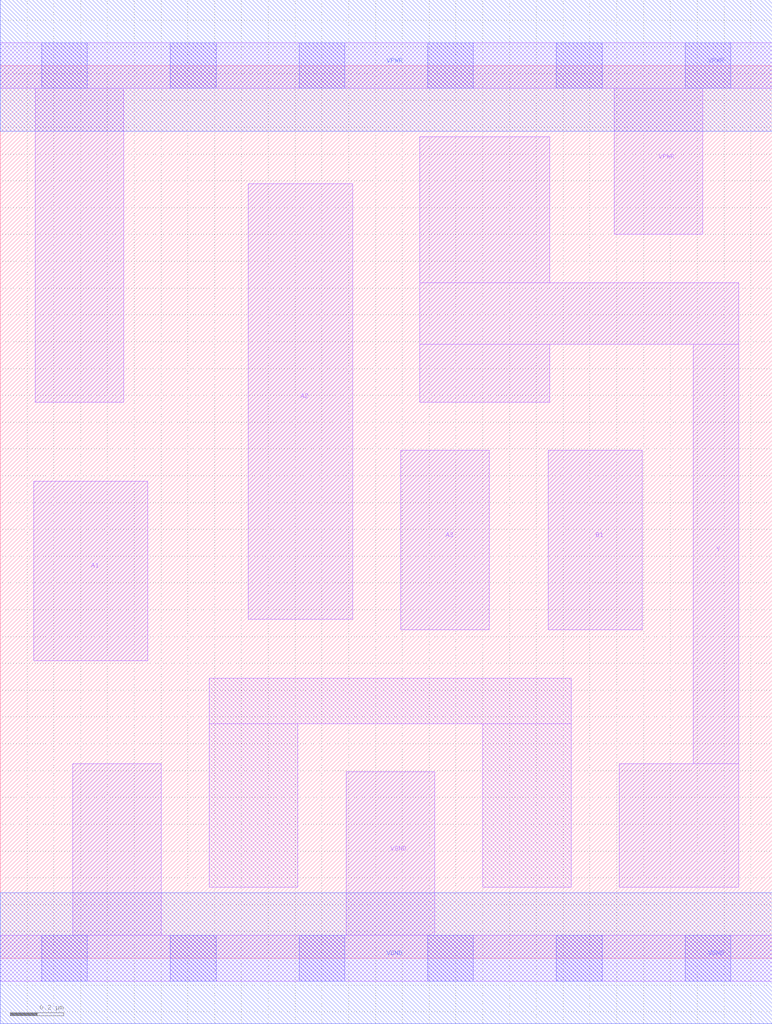
<source format=lef>
# Copyright 2020 The SkyWater PDK Authors
#
# Licensed under the Apache License, Version 2.0 (the "License");
# you may not use this file except in compliance with the License.
# You may obtain a copy of the License at
#
#     https://www.apache.org/licenses/LICENSE-2.0
#
# Unless required by applicable law or agreed to in writing, software
# distributed under the License is distributed on an "AS IS" BASIS,
# WITHOUT WARRANTIES OR CONDITIONS OF ANY KIND, either express or implied.
# See the License for the specific language governing permissions and
# limitations under the License.
#
# SPDX-License-Identifier: Apache-2.0

VERSION 5.7 ;
  NAMESCASESENSITIVE ON ;
  NOWIREEXTENSIONATPIN ON ;
  DIVIDERCHAR "/" ;
  BUSBITCHARS "[]" ;
UNITS
  DATABASE MICRONS 200 ;
END UNITS
MACRO sky130_fd_sc_lp__o31ai_lp
  CLASS CORE ;
  SOURCE USER ;
  FOREIGN sky130_fd_sc_lp__o31ai_lp ;
  ORIGIN  0.000000  0.000000 ;
  SIZE  2.880000 BY  3.330000 ;
  SYMMETRY X Y R90 ;
  SITE unit ;
  PIN A1
    ANTENNAGATEAREA  0.313000 ;
    DIRECTION INPUT ;
    USE SIGNAL ;
    PORT
      LAYER li1 ;
        RECT 0.125000 1.110000 0.550000 1.780000 ;
    END
  END A1
  PIN A2
    ANTENNAGATEAREA  0.313000 ;
    DIRECTION INPUT ;
    USE SIGNAL ;
    PORT
      LAYER li1 ;
        RECT 0.925000 1.265000 1.315000 2.890000 ;
    END
  END A2
  PIN A3
    ANTENNAGATEAREA  0.313000 ;
    DIRECTION INPUT ;
    USE SIGNAL ;
    PORT
      LAYER li1 ;
        RECT 1.495000 1.225000 1.825000 1.895000 ;
    END
  END A3
  PIN B1
    ANTENNAGATEAREA  0.313000 ;
    DIRECTION INPUT ;
    USE SIGNAL ;
    PORT
      LAYER li1 ;
        RECT 2.045000 1.225000 2.395000 1.895000 ;
    END
  END B1
  PIN Y
    ANTENNADIFFAREA  0.473300 ;
    DIRECTION OUTPUT ;
    USE SIGNAL ;
    PORT
      LAYER li1 ;
        RECT 1.565000 2.075000 2.050000 2.290000 ;
        RECT 1.565000 2.290000 2.755000 2.520000 ;
        RECT 1.565000 2.520000 2.050000 3.065000 ;
        RECT 2.310000 0.265000 2.755000 0.725000 ;
        RECT 2.585000 0.725000 2.755000 2.290000 ;
    END
  END Y
  PIN VGND
    DIRECTION INOUT ;
    USE GROUND ;
    PORT
      LAYER li1 ;
        RECT 0.000000 -0.085000 2.880000 0.085000 ;
        RECT 0.270000  0.085000 0.600000 0.725000 ;
        RECT 1.290000  0.085000 1.620000 0.695000 ;
      LAYER mcon ;
        RECT 0.155000 -0.085000 0.325000 0.085000 ;
        RECT 0.635000 -0.085000 0.805000 0.085000 ;
        RECT 1.115000 -0.085000 1.285000 0.085000 ;
        RECT 1.595000 -0.085000 1.765000 0.085000 ;
        RECT 2.075000 -0.085000 2.245000 0.085000 ;
        RECT 2.555000 -0.085000 2.725000 0.085000 ;
      LAYER met1 ;
        RECT 0.000000 -0.245000 2.880000 0.245000 ;
    END
  END VGND
  PIN VPWR
    DIRECTION INOUT ;
    USE POWER ;
    PORT
      LAYER li1 ;
        RECT 0.000000 3.245000 2.880000 3.415000 ;
        RECT 0.130000 2.075000 0.460000 3.245000 ;
        RECT 2.290000 2.700000 2.620000 3.245000 ;
      LAYER mcon ;
        RECT 0.155000 3.245000 0.325000 3.415000 ;
        RECT 0.635000 3.245000 0.805000 3.415000 ;
        RECT 1.115000 3.245000 1.285000 3.415000 ;
        RECT 1.595000 3.245000 1.765000 3.415000 ;
        RECT 2.075000 3.245000 2.245000 3.415000 ;
        RECT 2.555000 3.245000 2.725000 3.415000 ;
      LAYER met1 ;
        RECT 0.000000 3.085000 2.880000 3.575000 ;
    END
  END VPWR
  OBS
    LAYER li1 ;
      RECT 0.780000 0.265000 1.110000 0.875000 ;
      RECT 0.780000 0.875000 2.130000 1.045000 ;
      RECT 1.800000 0.265000 2.130000 0.875000 ;
  END
END sky130_fd_sc_lp__o31ai_lp

</source>
